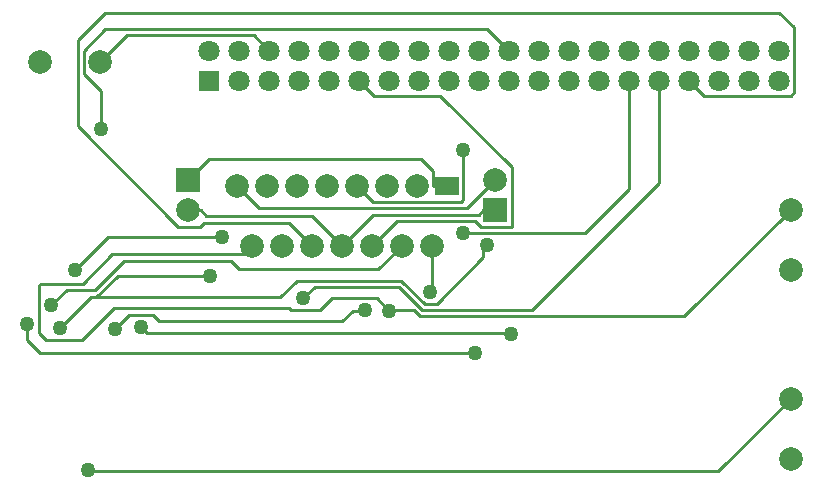
<source format=gbl>
G04*
G04 #@! TF.GenerationSoftware,Altium Limited,Altium Designer,21.0.9 (235)*
G04*
G04 Layer_Physical_Order=2*
G04 Layer_Color=16711680*
%FSLAX25Y25*%
%MOIN*%
G70*
G04*
G04 #@! TF.SameCoordinates,53026D08-29A5-4720-9F6D-F62647EDBEAA*
G04*
G04*
G04 #@! TF.FilePolarity,Positive*
G04*
G01*
G75*
%ADD11C,0.01000*%
%ADD41C,0.07874*%
%ADD42R,0.07874X0.07874*%
%ADD43R,0.07087X0.07087*%
%ADD44C,0.07087*%
%ADD45R,0.07874X0.06299*%
%ADD46C,0.05000*%
D11*
X226378Y293307D02*
X226729Y292956D01*
X436499D01*
X460630Y317087D01*
X358268Y366090D02*
X359351Y367174D01*
Y368256D01*
X342716Y348621D02*
X358268Y364172D01*
Y366090D01*
X338695Y348621D02*
X342716D01*
X322709Y350457D02*
X326772Y346394D01*
X311260Y342756D02*
X314898Y346394D01*
X303936Y346456D02*
X307937Y350457D01*
X322709D01*
X318835Y346394D02*
X318898Y346457D01*
X314898Y346394D02*
X318835D01*
X250151Y342756D02*
X311260D01*
X326772Y346457D02*
X335202D01*
X330094Y354394D02*
X337866Y346621D01*
X335202Y346457D02*
X337038Y344621D01*
X302089Y354394D02*
X330094D01*
X337866Y346621D02*
X374416D01*
X416772Y388976D01*
X246151Y338756D02*
X367215D01*
X337038Y344621D02*
X425172D01*
X460630Y380079D01*
X367215Y338756D02*
X367451Y338520D01*
X294122Y346456D02*
X303936D01*
X293422Y347156D02*
X294122Y346456D01*
X248151Y344756D02*
X250151Y342756D01*
X298151Y350456D02*
X302089Y354394D01*
X330922Y356394D02*
X338695Y348621D01*
X290451Y350756D02*
X296089Y356394D01*
X330922D01*
X244151Y340756D02*
X246151Y338756D01*
X229164Y350756D02*
X290451D01*
X227351D02*
X229164D01*
X236464Y358056D01*
X281687Y438156D02*
X286772Y433071D01*
X239494Y438156D02*
X281687D01*
X230472Y429134D02*
X239494Y438156D01*
X301020Y377956D02*
X311024Y367953D01*
X265951Y377956D02*
X301020D01*
X264143Y379764D02*
X265951Y377956D01*
X259843Y379764D02*
X264143D01*
X406772Y386776D02*
Y423071D01*
X392251Y372256D02*
X406772Y386776D01*
X351351Y372256D02*
X392251D01*
X416772Y388976D02*
Y423071D01*
X293320Y375656D02*
X301024Y367953D01*
X265251Y375656D02*
X293320D01*
X263922Y374327D02*
X265251Y375656D01*
X256480Y374327D02*
X263922D01*
X223035Y407772D02*
X256480Y374327D01*
X223035Y407772D02*
Y436571D01*
X232120Y445656D01*
X456951D01*
X461851Y440756D01*
Y419156D02*
Y440756D01*
X460651Y417956D02*
X461851Y419156D01*
X431887Y417956D02*
X460651D01*
X426772Y423071D02*
X431887Y417956D01*
X351461Y383303D02*
Y399960D01*
X350673Y382516D02*
X351461Y383303D01*
X321461Y382516D02*
X350673D01*
X316024Y387953D02*
X321461Y382516D01*
X341024Y353128D02*
Y367953D01*
X340551Y352656D02*
X341024Y353128D01*
X222151Y360056D02*
X233051Y370956D01*
X271251D01*
X236464Y358056D02*
X267151D01*
X217151Y340556D02*
X227351Y350756D01*
X230651Y406756D02*
Y419597D01*
X225035Y425213D02*
X230651Y419597D01*
X225035Y425213D02*
Y433055D01*
X232236Y440256D01*
X359587D01*
X366772Y433071D01*
X323227Y360156D02*
X331024Y367953D01*
X276851Y360156D02*
X323227D01*
X274151Y362856D02*
X276851Y360156D01*
X238398Y362856D02*
X274151D01*
X228851Y353309D02*
X238398Y362856D01*
X219305Y353309D02*
X228851D01*
X214151Y348156D02*
X219305Y353309D01*
X278227Y365156D02*
X281024Y367953D01*
X234451Y365156D02*
X278227D01*
X224651Y355356D02*
X234451Y365156D01*
X210723Y355356D02*
X224651D01*
X210151Y354784D02*
X210723Y355356D01*
X210151Y338756D02*
Y354784D01*
Y338756D02*
X212351Y336556D01*
X224551D01*
X235151Y347156D01*
X293422D01*
X206151Y336556D02*
Y341956D01*
Y336556D02*
X210551Y332156D01*
X355315D01*
X240151Y344756D02*
X248151D01*
X235501Y340106D02*
X240151Y344756D01*
X358159Y379764D02*
X362205D01*
X356751Y378356D02*
X358159Y379764D01*
X321427Y378356D02*
X356751D01*
X311024Y367953D02*
X321427Y378356D01*
X276024Y387953D02*
X283461Y380516D01*
X352957D01*
X362205Y389764D01*
X316772Y423071D02*
X321887Y417956D01*
X343851D01*
X367651Y394156D01*
Y374256D02*
Y394156D01*
X357385Y374256D02*
X367651D01*
X355351Y376289D02*
X357385Y374256D01*
X329360Y376289D02*
X355351D01*
X321024Y367953D02*
X329360Y376289D01*
X341551Y387953D02*
X346024D01*
X341551D02*
Y392756D01*
X337551Y396756D02*
X341551Y392756D01*
X266835Y396756D02*
X337551D01*
X259843Y389764D02*
X266835Y396756D01*
D41*
X259843Y379764D02*
D03*
X230472Y429134D02*
D03*
X210472D02*
D03*
X460630Y297087D02*
D03*
Y317087D02*
D03*
Y360079D02*
D03*
Y380079D02*
D03*
X362205Y389764D02*
D03*
X341024Y367953D02*
D03*
X336024Y387953D02*
D03*
X331024Y367953D02*
D03*
X326024Y387953D02*
D03*
X321024Y367953D02*
D03*
X316024Y387953D02*
D03*
X311024Y367953D02*
D03*
X306024Y387953D02*
D03*
X301024Y367953D02*
D03*
X296024Y387953D02*
D03*
X291024Y367953D02*
D03*
X286024Y387953D02*
D03*
X281024Y367953D02*
D03*
X276024Y387953D02*
D03*
D42*
X259843Y389764D02*
D03*
X362205Y379764D02*
D03*
D43*
X266772Y423071D02*
D03*
D44*
Y433071D02*
D03*
X276772Y423071D02*
D03*
Y433071D02*
D03*
X286772Y423071D02*
D03*
Y433071D02*
D03*
X296772Y423071D02*
D03*
Y433071D02*
D03*
X306772Y423071D02*
D03*
Y433071D02*
D03*
X316772Y423071D02*
D03*
Y433071D02*
D03*
X326772Y423071D02*
D03*
Y433071D02*
D03*
X336772Y423071D02*
D03*
Y433071D02*
D03*
X346772Y423071D02*
D03*
Y433071D02*
D03*
X356772Y423071D02*
D03*
Y433071D02*
D03*
X366772Y423071D02*
D03*
Y433071D02*
D03*
X376772Y423071D02*
D03*
Y433071D02*
D03*
X386772Y423071D02*
D03*
Y433071D02*
D03*
X396772Y423071D02*
D03*
Y433071D02*
D03*
X406772Y423071D02*
D03*
Y433071D02*
D03*
X416772Y423071D02*
D03*
Y433071D02*
D03*
X426772Y423071D02*
D03*
Y433071D02*
D03*
X436772Y423071D02*
D03*
Y433071D02*
D03*
X446772Y423071D02*
D03*
Y433071D02*
D03*
X456772Y423071D02*
D03*
Y433071D02*
D03*
D45*
X346024Y387953D02*
D03*
D46*
X226378Y293307D02*
D03*
X359351Y368256D02*
D03*
X326772Y346394D02*
D03*
X318898Y346457D02*
D03*
X367451Y338520D02*
D03*
X351351Y372256D02*
D03*
X298151Y350456D02*
D03*
X351461Y399960D02*
D03*
X244151Y340756D02*
D03*
X340551Y352656D02*
D03*
X222151Y360056D02*
D03*
X271251Y370956D02*
D03*
X267151Y358056D02*
D03*
X217151Y340556D02*
D03*
X230651Y406756D02*
D03*
X214151Y348156D02*
D03*
X206151Y341956D02*
D03*
X355315Y332156D02*
D03*
X235501Y340106D02*
D03*
M02*

</source>
